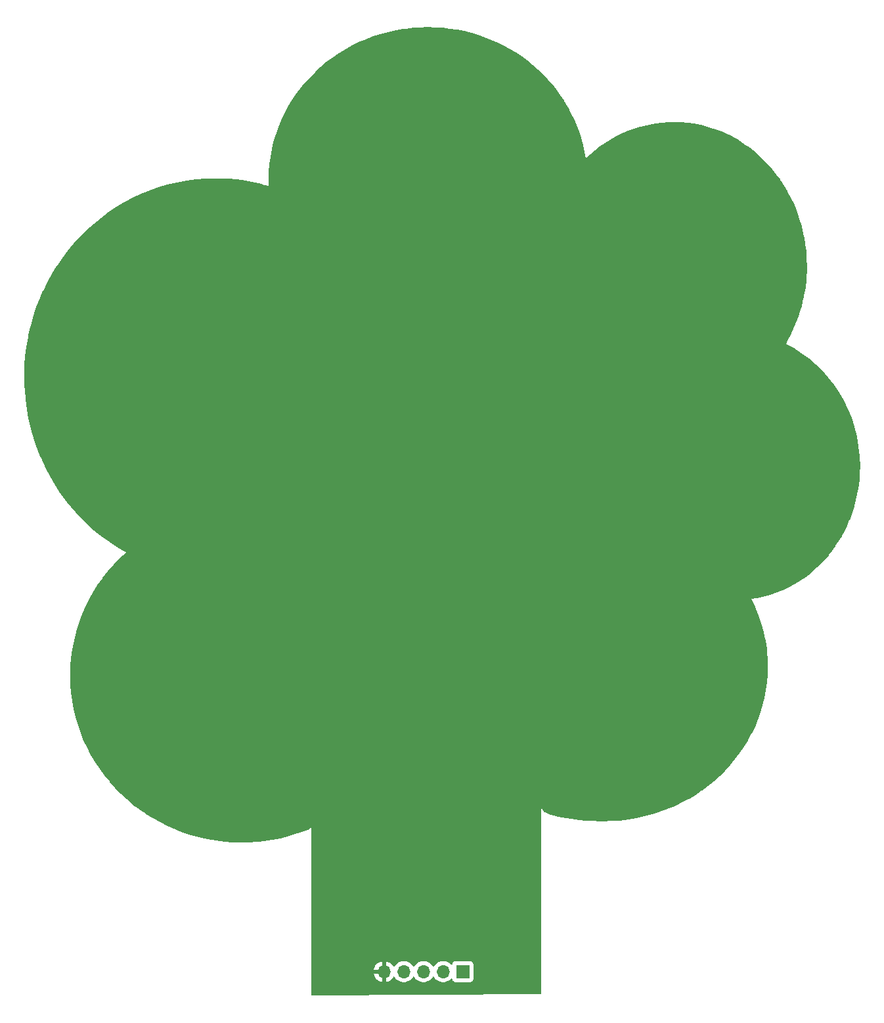
<source format=gbr>
%TF.GenerationSoftware,KiCad,Pcbnew,7.0.2*%
%TF.CreationDate,2023-04-23T11:42:29-07:00*%
%TF.ProjectId,floob-dome-switches,666c6f6f-622d-4646-9f6d-652d73776974,rev?*%
%TF.SameCoordinates,Original*%
%TF.FileFunction,Copper,L2,Bot*%
%TF.FilePolarity,Positive*%
%FSLAX46Y46*%
G04 Gerber Fmt 4.6, Leading zero omitted, Abs format (unit mm)*
G04 Created by KiCad (PCBNEW 7.0.2) date 2023-04-23 11:42:29*
%MOMM*%
%LPD*%
G01*
G04 APERTURE LIST*
%TA.AperFunction,ComponentPad*%
%ADD10R,1.700000X1.700000*%
%TD*%
%TA.AperFunction,ComponentPad*%
%ADD11O,1.700000X1.700000*%
%TD*%
%TA.AperFunction,ViaPad*%
%ADD12C,0.800000*%
%TD*%
G04 APERTURE END LIST*
D10*
%TO.P,J1,1,Pin_1*%
%TO.N,Net-(J1-Pin_1)*%
X142225000Y-142750000D03*
D11*
%TO.P,J1,2,Pin_2*%
%TO.N,Net-(J1-Pin_2)*%
X139685000Y-142750000D03*
%TO.P,J1,3,Pin_3*%
%TO.N,Net-(J1-Pin_3)*%
X137145000Y-142750000D03*
%TO.P,J1,4,Pin_4*%
%TO.N,Net-(J1-Pin_4)*%
X134605000Y-142750000D03*
%TO.P,J1,5,Pin_5*%
%TO.N,Net-(J1-Pin_5)*%
X132065000Y-142750000D03*
%TD*%
D12*
%TO.N,Net-(J1-Pin_5)*%
X137050000Y-116700000D03*
X142450000Y-111300000D03*
X131650000Y-111300000D03*
X137050000Y-105900000D03*
X137050000Y-91300000D03*
X142450000Y-85900000D03*
X131650000Y-85900000D03*
X137050000Y-80500000D03*
X137050000Y-65900000D03*
X142450000Y-60500000D03*
X131650000Y-60450000D03*
X137050000Y-55100000D03*
X137050000Y-40450000D03*
X142450000Y-35100000D03*
X131650000Y-35100000D03*
X137000000Y-29650000D03*
%TD*%
%TA.AperFunction,Conductor*%
%TO.N,Net-(J1-Pin_5)*%
G36*
X138678038Y-20985194D02*
G01*
X138683499Y-20985436D01*
X139633675Y-21048625D01*
X139639051Y-21049103D01*
X140576765Y-21153283D01*
X140582131Y-21153999D01*
X141506294Y-21298219D01*
X141511629Y-21299173D01*
X142421357Y-21482510D01*
X142426633Y-21483694D01*
X143320960Y-21705219D01*
X143326125Y-21706619D01*
X144204048Y-21965392D01*
X144209184Y-21967028D01*
X145069716Y-22262110D01*
X145074722Y-22263949D01*
X145916969Y-22594439D01*
X145921838Y-22596473D01*
X146744733Y-22961402D01*
X146749574Y-22963677D01*
X147552128Y-23362101D01*
X147556846Y-23364571D01*
X148338150Y-23795592D01*
X148342745Y-23798258D01*
X149101802Y-24260931D01*
X149106263Y-24263783D01*
X149842114Y-24757184D01*
X149846481Y-24760251D01*
X150558091Y-25283409D01*
X150562317Y-25286660D01*
X151248740Y-25838658D01*
X151252862Y-25842122D01*
X151913138Y-26422042D01*
X151917115Y-26425692D01*
X152550207Y-27032538D01*
X152554036Y-27036372D01*
X153159064Y-27669305D01*
X153162737Y-27673321D01*
X153738651Y-28331325D01*
X153742163Y-28335520D01*
X154288031Y-29017710D01*
X154291373Y-29022082D01*
X154806217Y-29727520D01*
X154809381Y-29732066D01*
X155289167Y-30455212D01*
X155292189Y-30459766D01*
X155295168Y-30464482D01*
X155745022Y-31213591D01*
X155747797Y-31218459D01*
X155781540Y-31280894D01*
X156163701Y-31988013D01*
X156166279Y-31993054D01*
X156547244Y-32782093D01*
X156549606Y-32787288D01*
X156894673Y-33594899D01*
X156896809Y-33600237D01*
X157205013Y-34425511D01*
X157206912Y-34430983D01*
X157477259Y-35272934D01*
X157478911Y-35278528D01*
X157710460Y-36136318D01*
X157711855Y-36142021D01*
X157903608Y-37014646D01*
X157904738Y-37020440D01*
X158054183Y-37897920D01*
X158055089Y-37910446D01*
X158055206Y-37910840D01*
X158055982Y-37911508D01*
X158056442Y-37911663D01*
X158056602Y-37911683D01*
X158057010Y-37911654D01*
X158057603Y-37911492D01*
X158066047Y-37901851D01*
X158636554Y-37365467D01*
X158641008Y-37361479D01*
X159241522Y-36849683D01*
X159246157Y-36845923D01*
X159868601Y-36365636D01*
X159873390Y-36362122D01*
X160516574Y-35913806D01*
X160521482Y-35910558D01*
X161184048Y-35494801D01*
X161189139Y-35491775D01*
X161869830Y-35109090D01*
X161875050Y-35106318D01*
X162572607Y-34757225D01*
X162577956Y-34754708D01*
X163291084Y-34439742D01*
X163296542Y-34437486D01*
X164023984Y-34157163D01*
X164029568Y-34155164D01*
X164770067Y-33910005D01*
X164775711Y-33908286D01*
X165527979Y-33698824D01*
X165533723Y-33697373D01*
X166296482Y-33524134D01*
X166302294Y-33522961D01*
X167074294Y-33386468D01*
X167080148Y-33385578D01*
X167860094Y-33286362D01*
X167866071Y-33285748D01*
X168652649Y-33224336D01*
X168658645Y-33224016D01*
X169450153Y-33200943D01*
X169457148Y-33200938D01*
X170330970Y-33224932D01*
X170337762Y-33225304D01*
X171200221Y-33296513D01*
X171206924Y-33297251D01*
X172056940Y-33414522D01*
X172063539Y-33415617D01*
X172899939Y-33577770D01*
X172906445Y-33579215D01*
X173728215Y-33785099D01*
X173734572Y-33786872D01*
X174540752Y-34035360D01*
X174546926Y-34037444D01*
X175336324Y-34327343D01*
X175342346Y-34329735D01*
X175594573Y-34437665D01*
X176113946Y-34659907D01*
X176119779Y-34662583D01*
X176872525Y-35031878D01*
X176878139Y-35034812D01*
X177311267Y-35275523D01*
X177610981Y-35442089D01*
X177616380Y-35445271D01*
X178328225Y-35889366D01*
X178333367Y-35892755D01*
X178687160Y-36138829D01*
X179023157Y-36372526D01*
X179028094Y-36376144D01*
X179458705Y-36708337D01*
X179638497Y-36847037D01*
X179694718Y-36890408D01*
X179699419Y-36894222D01*
X180341820Y-37441836D01*
X180346271Y-37445819D01*
X180587825Y-37672776D01*
X180963418Y-38025673D01*
X180967647Y-38029841D01*
X181558404Y-38640723D01*
X181562396Y-38645053D01*
X182125665Y-39285777D01*
X182129422Y-39290258D01*
X182664192Y-39959744D01*
X182667711Y-39964369D01*
X183119831Y-40588231D01*
X183172853Y-40661393D01*
X183176134Y-40666149D01*
X183232854Y-40752634D01*
X183650575Y-41389557D01*
X183653622Y-41394447D01*
X184096296Y-42143087D01*
X184099106Y-42148100D01*
X184508945Y-42920830D01*
X184511515Y-42925960D01*
X184887407Y-43721553D01*
X184889730Y-43726779D01*
X185071587Y-44162804D01*
X185230638Y-44544147D01*
X185232722Y-44549489D01*
X185537550Y-45387438D01*
X185539386Y-45392875D01*
X185807055Y-46250221D01*
X185808640Y-46255744D01*
X186038077Y-47131337D01*
X186039407Y-47136937D01*
X186229550Y-48029667D01*
X186230619Y-48035333D01*
X186380372Y-48943942D01*
X186381179Y-48949663D01*
X186489482Y-49873082D01*
X186490022Y-49878844D01*
X186555795Y-50815912D01*
X186556065Y-50821700D01*
X186578222Y-51770898D01*
X186578256Y-51773697D01*
X186578258Y-51776308D01*
X186570037Y-52434138D01*
X186569914Y-52438323D01*
X186539534Y-53094289D01*
X186539271Y-53098459D01*
X186486890Y-53751963D01*
X186486486Y-53756117D01*
X186412250Y-54406548D01*
X186411708Y-54410681D01*
X186315761Y-55057538D01*
X186315081Y-55061645D01*
X186197570Y-55704374D01*
X186196753Y-55708454D01*
X186057828Y-56346509D01*
X186056876Y-56350557D01*
X185896666Y-56983468D01*
X185895578Y-56987481D01*
X185714244Y-57614638D01*
X185713022Y-57618613D01*
X185510710Y-58239499D01*
X185509355Y-58243433D01*
X185286188Y-58857559D01*
X185284700Y-58861447D01*
X185040865Y-59468179D01*
X185039246Y-59472020D01*
X184774854Y-60070897D01*
X184773105Y-60074686D01*
X184488304Y-60665173D01*
X184486425Y-60668906D01*
X184181378Y-61250427D01*
X184179371Y-61254102D01*
X183863839Y-61809205D01*
X183859031Y-61815043D01*
X183857925Y-61816570D01*
X183855264Y-61822940D01*
X183852632Y-61828581D01*
X183853051Y-61829051D01*
X183859412Y-61832135D01*
X183869904Y-61838006D01*
X183873367Y-61839075D01*
X184885449Y-62363863D01*
X184893549Y-62368456D01*
X185878865Y-62977272D01*
X185886470Y-62982369D01*
X186825951Y-63663513D01*
X186833035Y-63669052D01*
X187463830Y-64200382D01*
X187723419Y-64419038D01*
X187730004Y-64425001D01*
X188567993Y-65240299D01*
X188574059Y-65246634D01*
X189356384Y-66123739D01*
X189361929Y-66130412D01*
X190085289Y-67065785D01*
X190090323Y-67072784D01*
X190751451Y-68062917D01*
X190755965Y-68070211D01*
X191351574Y-69111563D01*
X191355562Y-69119130D01*
X191882375Y-70208177D01*
X191885829Y-70215994D01*
X192340571Y-71349206D01*
X192343481Y-71357251D01*
X192722879Y-72531100D01*
X192725232Y-72539344D01*
X193026014Y-73750308D01*
X193027796Y-73758719D01*
X193246695Y-75003291D01*
X193247893Y-75011831D01*
X193381638Y-76286517D01*
X193382240Y-76295142D01*
X193427578Y-77597224D01*
X193427624Y-77604231D01*
X193409956Y-78417786D01*
X193409722Y-78423173D01*
X193357196Y-79227698D01*
X193356728Y-79233063D01*
X193270154Y-80026859D01*
X193269455Y-80032191D01*
X193149628Y-80814409D01*
X193148700Y-80819698D01*
X192996405Y-81589523D01*
X192995252Y-81594756D01*
X192811287Y-82351325D01*
X192809911Y-82356495D01*
X192595063Y-83098970D01*
X192593469Y-83104067D01*
X192348525Y-83831614D01*
X192346714Y-83836632D01*
X192072479Y-84548364D01*
X192070456Y-84553296D01*
X191767698Y-85248415D01*
X191765465Y-85253255D01*
X191434990Y-85930881D01*
X191432550Y-85935622D01*
X191075163Y-86594878D01*
X191072518Y-86599516D01*
X190688994Y-87239593D01*
X190686146Y-87244122D01*
X190277280Y-87864157D01*
X190274230Y-87868572D01*
X189840807Y-88467732D01*
X189837555Y-88472027D01*
X189380391Y-89049429D01*
X189376939Y-89053599D01*
X188896804Y-89608420D01*
X188893151Y-89612458D01*
X188390861Y-90143828D01*
X188387009Y-90147727D01*
X187863332Y-90654826D01*
X187859279Y-90658579D01*
X187315044Y-91140521D01*
X187310793Y-91144119D01*
X186746753Y-91600096D01*
X186742304Y-91603529D01*
X186159286Y-92032670D01*
X186154640Y-92035928D01*
X185553419Y-92437398D01*
X185548580Y-92440470D01*
X184929950Y-92813425D01*
X184924921Y-92816299D01*
X184289651Y-93159903D01*
X184284439Y-93162565D01*
X183633354Y-93475961D01*
X183627965Y-93478398D01*
X182961852Y-93760743D01*
X182956297Y-93762942D01*
X182275892Y-94013413D01*
X182270182Y-94015358D01*
X181576339Y-94233091D01*
X181570488Y-94234771D01*
X180863887Y-94418949D01*
X180857913Y-94420349D01*
X180139419Y-94570107D01*
X180133341Y-94571217D01*
X179410183Y-94684701D01*
X179401948Y-94685343D01*
X179399588Y-94686428D01*
X179399408Y-94686984D01*
X179399411Y-94687023D01*
X179403946Y-94695972D01*
X179405510Y-94699775D01*
X179409421Y-94705153D01*
X179656375Y-95194643D01*
X179658014Y-95198016D01*
X179897540Y-95710774D01*
X179899073Y-95714190D01*
X180122690Y-96233202D01*
X180124117Y-96236658D01*
X180331725Y-96761525D01*
X180333046Y-96765017D01*
X180524584Y-97295420D01*
X180525799Y-97298949D01*
X180701161Y-97834481D01*
X180702268Y-97838042D01*
X180861377Y-98378368D01*
X180862376Y-98381960D01*
X181005120Y-98926648D01*
X181006011Y-98930268D01*
X181132296Y-99478902D01*
X181133078Y-99482548D01*
X181242836Y-100034860D01*
X181243508Y-100038530D01*
X181336627Y-100594058D01*
X181337188Y-100597748D01*
X181413576Y-101156070D01*
X181414027Y-101159781D01*
X181473609Y-101720673D01*
X181473948Y-101724399D01*
X181516616Y-102287329D01*
X181516843Y-102291070D01*
X181542512Y-102855745D01*
X181542626Y-102859497D01*
X181551170Y-103423347D01*
X181551189Y-103426868D01*
X181551145Y-103430575D01*
X181523708Y-104449874D01*
X181523349Y-104456542D01*
X181441929Y-105462313D01*
X181441214Y-105468931D01*
X181307136Y-106460071D01*
X181306073Y-106466607D01*
X181120664Y-107441869D01*
X181119265Y-107448297D01*
X180883833Y-108406504D01*
X180882109Y-108412799D01*
X180597985Y-109352673D01*
X180595952Y-109358814D01*
X180264446Y-110279130D01*
X180262120Y-110285099D01*
X179884544Y-111184643D01*
X179881941Y-111190426D01*
X179459616Y-112067932D01*
X179456752Y-112073516D01*
X178991002Y-112927731D01*
X178987893Y-112933109D01*
X178479988Y-113762863D01*
X178476648Y-113768026D01*
X177927985Y-114571946D01*
X177924430Y-114576891D01*
X177336248Y-115353843D01*
X177332489Y-115358564D01*
X176706163Y-116107220D01*
X176702213Y-116111717D01*
X176039032Y-116830863D01*
X176034902Y-116835132D01*
X175336206Y-117523498D01*
X175331904Y-117527539D01*
X174599002Y-118183884D01*
X174594537Y-118187696D01*
X173828750Y-118810769D01*
X173824131Y-118814349D01*
X173026811Y-119402876D01*
X173022044Y-119406225D01*
X172194476Y-119958980D01*
X172189568Y-119962095D01*
X171333097Y-120477813D01*
X171328055Y-120480690D01*
X170444011Y-120958119D01*
X170438869Y-120960742D01*
X169672269Y-121329508D01*
X169528554Y-121398641D01*
X169523264Y-121401034D01*
X168588034Y-121798137D01*
X168582632Y-121800283D01*
X167623807Y-122155344D01*
X167618300Y-122157238D01*
X166637194Y-122469010D01*
X166631593Y-122470645D01*
X165629509Y-122737889D01*
X165623823Y-122739263D01*
X164602096Y-122960719D01*
X164596338Y-122961825D01*
X163556309Y-123136243D01*
X163550526Y-123137072D01*
X162506963Y-123261599D01*
X162493474Y-123263209D01*
X162487614Y-123263767D01*
X161414866Y-123340366D01*
X161408977Y-123340646D01*
X160321118Y-123366475D01*
X160316713Y-123366501D01*
X159775476Y-123360121D01*
X159772812Y-123360061D01*
X159201361Y-123341034D01*
X159102446Y-123335796D01*
X158607881Y-123309606D01*
X158001057Y-123266123D01*
X157388234Y-123210876D01*
X157121373Y-123181761D01*
X156776740Y-123144161D01*
X156175224Y-123066445D01*
X156172573Y-123066073D01*
X155588627Y-122977749D01*
X155585644Y-122977261D01*
X155025324Y-122878480D01*
X155021863Y-122877819D01*
X154492852Y-122768979D01*
X154488706Y-122768052D01*
X153998529Y-122649563D01*
X153993382Y-122648201D01*
X153549804Y-122520593D01*
X153543170Y-122518481D01*
X153154166Y-122382507D01*
X153145264Y-122379004D01*
X152817395Y-122235121D01*
X152808508Y-122230791D01*
X152695901Y-122170238D01*
X152652340Y-122131117D01*
X152309996Y-121631476D01*
X152305906Y-121623887D01*
X152301719Y-121619669D01*
X152300663Y-121625380D01*
X152301564Y-121633914D01*
X152301564Y-145521249D01*
X152281879Y-145588288D01*
X152229075Y-145634043D01*
X152178367Y-145645246D01*
X122794025Y-145835458D01*
X122726859Y-145816208D01*
X122680763Y-145763702D01*
X122669222Y-145711465D01*
X122669222Y-143000000D01*
X130734364Y-143000000D01*
X130791569Y-143213492D01*
X130891399Y-143427576D01*
X131026893Y-143621081D01*
X131193918Y-143788106D01*
X131387423Y-143923600D01*
X131601509Y-144023430D01*
X131815000Y-144080634D01*
X131815000Y-143185501D01*
X131922685Y-143234680D01*
X132029237Y-143250000D01*
X132100763Y-143250000D01*
X132207315Y-143234680D01*
X132314999Y-143185501D01*
X132314999Y-144080633D01*
X132528491Y-144023430D01*
X132742576Y-143923600D01*
X132936081Y-143788106D01*
X133103106Y-143621081D01*
X133229868Y-143440048D01*
X133284445Y-143396424D01*
X133353944Y-143389231D01*
X133416298Y-143420753D01*
X133435252Y-143443351D01*
X133529276Y-143587267D01*
X133611573Y-143676664D01*
X133681760Y-143752906D01*
X133859424Y-143891189D01*
X134057426Y-143998342D01*
X134270365Y-144071444D01*
X134492431Y-144108500D01*
X134717569Y-144108500D01*
X134939635Y-144071444D01*
X135152574Y-143998342D01*
X135350576Y-143891189D01*
X135528240Y-143752906D01*
X135680722Y-143587268D01*
X135771190Y-143448795D01*
X135824337Y-143403438D01*
X135893569Y-143394014D01*
X135956905Y-143423516D01*
X135978809Y-143448795D01*
X136069278Y-143587268D01*
X136221760Y-143752906D01*
X136399424Y-143891189D01*
X136597426Y-143998342D01*
X136810365Y-144071444D01*
X137032431Y-144108500D01*
X137257569Y-144108500D01*
X137479635Y-144071444D01*
X137692574Y-143998342D01*
X137890576Y-143891189D01*
X138068240Y-143752906D01*
X138220722Y-143587268D01*
X138311190Y-143448795D01*
X138364337Y-143403438D01*
X138433569Y-143394014D01*
X138496905Y-143423516D01*
X138518809Y-143448795D01*
X138609278Y-143587268D01*
X138761760Y-143752906D01*
X138939424Y-143891189D01*
X139137426Y-143998342D01*
X139350365Y-144071444D01*
X139572431Y-144108500D01*
X139797569Y-144108500D01*
X140019635Y-144071444D01*
X140232574Y-143998342D01*
X140430576Y-143891189D01*
X140608240Y-143752906D01*
X140671452Y-143684239D01*
X140731337Y-143648251D01*
X140801175Y-143650351D01*
X140858791Y-143689875D01*
X140878861Y-143724889D01*
X140924110Y-143846204D01*
X141011738Y-143963261D01*
X141128796Y-144050889D01*
X141265794Y-144101988D01*
X141265797Y-144101988D01*
X141265799Y-144101989D01*
X141326362Y-144108500D01*
X141329672Y-144108500D01*
X143120328Y-144108500D01*
X143123638Y-144108500D01*
X143184201Y-144101989D01*
X143184203Y-144101988D01*
X143184205Y-144101988D01*
X143266097Y-144071443D01*
X143321204Y-144050889D01*
X143438261Y-143963261D01*
X143525889Y-143846204D01*
X143576989Y-143709201D01*
X143583500Y-143648638D01*
X143583500Y-141851362D01*
X143576989Y-141790799D01*
X143576988Y-141790797D01*
X143576988Y-141790794D01*
X143525889Y-141653796D01*
X143438261Y-141536738D01*
X143321203Y-141449110D01*
X143184205Y-141398011D01*
X143126924Y-141391853D01*
X143126918Y-141391852D01*
X143123638Y-141391500D01*
X141326362Y-141391500D01*
X141323082Y-141391852D01*
X141323075Y-141391853D01*
X141265794Y-141398011D01*
X141128796Y-141449110D01*
X141011738Y-141536738D01*
X140924110Y-141653796D01*
X140878861Y-141775110D01*
X140836989Y-141831043D01*
X140771524Y-141855459D01*
X140703252Y-141840606D01*
X140671451Y-141815758D01*
X140608242Y-141747096D01*
X140608241Y-141747095D01*
X140608240Y-141747094D01*
X140430576Y-141608811D01*
X140232574Y-141501658D01*
X140232573Y-141501657D01*
X140232572Y-141501657D01*
X140019636Y-141428556D01*
X139797569Y-141391500D01*
X139572431Y-141391500D01*
X139350363Y-141428556D01*
X139137427Y-141501657D01*
X138939424Y-141608811D01*
X138761760Y-141747094D01*
X138609279Y-141912730D01*
X138518809Y-142051205D01*
X138465662Y-142096561D01*
X138396431Y-142105985D01*
X138333095Y-142076483D01*
X138311191Y-142051205D01*
X138220723Y-141912734D01*
X138220722Y-141912732D01*
X138068240Y-141747094D01*
X137890576Y-141608811D01*
X137692574Y-141501658D01*
X137692573Y-141501657D01*
X137692572Y-141501657D01*
X137479636Y-141428556D01*
X137257569Y-141391500D01*
X137032431Y-141391500D01*
X136810363Y-141428556D01*
X136597427Y-141501657D01*
X136399424Y-141608811D01*
X136221760Y-141747094D01*
X136069279Y-141912730D01*
X135978809Y-142051205D01*
X135925662Y-142096561D01*
X135856431Y-142105985D01*
X135793095Y-142076483D01*
X135771191Y-142051205D01*
X135680723Y-141912734D01*
X135680722Y-141912732D01*
X135528240Y-141747094D01*
X135350576Y-141608811D01*
X135152574Y-141501658D01*
X135152573Y-141501657D01*
X135152572Y-141501657D01*
X134939636Y-141428556D01*
X134717569Y-141391500D01*
X134492431Y-141391500D01*
X134270363Y-141428556D01*
X134057427Y-141501657D01*
X133859424Y-141608811D01*
X133681760Y-141747094D01*
X133529275Y-141912734D01*
X133435250Y-142056650D01*
X133382104Y-142102006D01*
X133312873Y-142111430D01*
X133249537Y-142081928D01*
X133229867Y-142059951D01*
X133103109Y-141878921D01*
X132936081Y-141711893D01*
X132742576Y-141576399D01*
X132528492Y-141476569D01*
X132314999Y-141419364D01*
X132314999Y-142314498D01*
X132207315Y-142265320D01*
X132100763Y-142250000D01*
X132029237Y-142250000D01*
X131922685Y-142265320D01*
X131814999Y-142314498D01*
X131814999Y-141419364D01*
X131601507Y-141476569D01*
X131387421Y-141576400D01*
X131193921Y-141711890D01*
X131026890Y-141878921D01*
X130891400Y-142072421D01*
X130791569Y-142286507D01*
X130734364Y-142499999D01*
X130734364Y-142500000D01*
X131631314Y-142500000D01*
X131605507Y-142540156D01*
X131565000Y-142678111D01*
X131565000Y-142821889D01*
X131605507Y-142959844D01*
X131631314Y-143000000D01*
X130734364Y-143000000D01*
X122669222Y-143000000D01*
X122669222Y-124044276D01*
X122670072Y-124035796D01*
X122669253Y-124031691D01*
X122669254Y-124031689D01*
X122669252Y-124031686D01*
X122669055Y-124030696D01*
X122665639Y-124034120D01*
X122661749Y-124041402D01*
X122468159Y-124333250D01*
X122414698Y-124378235D01*
X122410964Y-124379803D01*
X121928801Y-124573083D01*
X121925940Y-124574189D01*
X121404796Y-124768275D01*
X121401912Y-124769309D01*
X120876606Y-124950297D01*
X120873698Y-124951258D01*
X120344525Y-125119079D01*
X120341598Y-125119968D01*
X119808727Y-125274603D01*
X119805780Y-125275419D01*
X119269525Y-125416795D01*
X119266559Y-125417538D01*
X118727113Y-125545621D01*
X118724132Y-125546290D01*
X118181830Y-125661013D01*
X118178833Y-125661609D01*
X117633797Y-125762948D01*
X117630786Y-125763469D01*
X117083425Y-125851344D01*
X117080401Y-125851792D01*
X116530774Y-125926184D01*
X116527739Y-125926556D01*
X115976283Y-125987392D01*
X115973238Y-125987690D01*
X115420048Y-126034935D01*
X115416994Y-126035158D01*
X114862439Y-126068753D01*
X114859379Y-126068901D01*
X114303583Y-126088804D01*
X114300516Y-126088875D01*
X113744542Y-126095023D01*
X113740121Y-126094993D01*
X112607033Y-126067114D01*
X112600934Y-126066814D01*
X111483474Y-125984140D01*
X111477410Y-125983541D01*
X110376182Y-125847406D01*
X110370172Y-125846513D01*
X109286485Y-125658256D01*
X109280547Y-125657075D01*
X108215804Y-125418046D01*
X108209954Y-125416582D01*
X107165607Y-125128147D01*
X107159859Y-125126409D01*
X106137170Y-124789879D01*
X106131536Y-124787873D01*
X105131999Y-124404629D01*
X105126491Y-124402364D01*
X104151409Y-123973722D01*
X104146035Y-123971205D01*
X103196832Y-123498524D01*
X103191602Y-123495761D01*
X102269708Y-122980412D01*
X102264627Y-122977412D01*
X101531671Y-122520614D01*
X101371336Y-122420689D01*
X101366414Y-122417456D01*
X101314971Y-122381896D01*
X101100997Y-122233985D01*
X100503179Y-121820739D01*
X100498419Y-121817278D01*
X99953134Y-121400766D01*
X99666633Y-121181924D01*
X99662071Y-121178265D01*
X98863094Y-120505595D01*
X98858678Y-120501694D01*
X98093935Y-119793089D01*
X98089699Y-119788972D01*
X97360556Y-119045760D01*
X97356508Y-119041432D01*
X96664381Y-118264993D01*
X96660529Y-118260458D01*
X96006758Y-117452086D01*
X96003110Y-117447345D01*
X95389132Y-116608447D01*
X95385697Y-116603506D01*
X94812876Y-115735406D01*
X94809663Y-115730269D01*
X94586873Y-115353843D01*
X94279373Y-114834290D01*
X94276415Y-114829000D01*
X93790051Y-113906508D01*
X93787320Y-113901000D01*
X93346287Y-112953377D01*
X93343813Y-112947694D01*
X93337061Y-112931061D01*
X92949483Y-111976265D01*
X92947280Y-111970420D01*
X92946421Y-111967954D01*
X92601013Y-110976466D01*
X92599109Y-110970516D01*
X92302316Y-109955445D01*
X92300694Y-109949317D01*
X92054757Y-108914461D01*
X92053442Y-108908218D01*
X91962336Y-108412799D01*
X91859740Y-107854896D01*
X91858749Y-107848597D01*
X91718661Y-106778089D01*
X91717995Y-106771719D01*
X91632922Y-105685394D01*
X91632589Y-105678988D01*
X91603926Y-104578329D01*
X91603932Y-104571678D01*
X91635658Y-103442216D01*
X91636019Y-103435651D01*
X91727674Y-102315265D01*
X91728384Y-102308737D01*
X91878997Y-101199561D01*
X91880045Y-101193123D01*
X92088648Y-100097272D01*
X92090046Y-100090864D01*
X92103436Y-100036403D01*
X92355644Y-99010592D01*
X92357371Y-99004291D01*
X92379777Y-98930268D01*
X92679018Y-97941621D01*
X92681076Y-97935422D01*
X92716899Y-97836252D01*
X93057786Y-96892549D01*
X93060147Y-96886515D01*
X93490963Y-95865555D01*
X93493645Y-95859641D01*
X93977576Y-94862776D01*
X93980581Y-94856979D01*
X94069505Y-94695972D01*
X94516637Y-93886383D01*
X94519943Y-93880754D01*
X95107191Y-92938501D01*
X95110789Y-92933051D01*
X95748266Y-92021280D01*
X95752133Y-92016051D01*
X96438846Y-91136937D01*
X96442982Y-91131923D01*
X97177933Y-90287645D01*
X97182387Y-90282795D01*
X97964641Y-89475455D01*
X97969355Y-89470845D01*
X98783393Y-88716077D01*
X98786625Y-88714033D01*
X98794214Y-88706503D01*
X98801046Y-88700636D01*
X98801081Y-88700246D01*
X98799263Y-88698317D01*
X98792360Y-88694862D01*
X98329167Y-88418668D01*
X97369091Y-87846192D01*
X97362025Y-87841647D01*
X95996710Y-86896197D01*
X95990013Y-86891218D01*
X95457497Y-86466750D01*
X94691021Y-85855791D01*
X94684740Y-85850432D01*
X93456213Y-84729317D01*
X93450330Y-84723579D01*
X92599218Y-83836632D01*
X92296386Y-83521050D01*
X92290936Y-83514982D01*
X91215698Y-82235312D01*
X91210659Y-82228898D01*
X90218252Y-80876367D01*
X90213650Y-80869642D01*
X89308218Y-79448562D01*
X89304064Y-79441542D01*
X88489713Y-77956167D01*
X88486021Y-77948872D01*
X87766886Y-76403505D01*
X87763671Y-76395954D01*
X87722984Y-76290850D01*
X87143857Y-74794842D01*
X87141147Y-74787086D01*
X86624779Y-73134515D01*
X86622583Y-73126559D01*
X86213792Y-71426836D01*
X86212125Y-71418714D01*
X85915025Y-69676086D01*
X85913899Y-69667805D01*
X85732610Y-67886515D01*
X85732044Y-67878147D01*
X85704694Y-67068698D01*
X85670674Y-66061866D01*
X85670641Y-66054694D01*
X85702555Y-64743926D01*
X85702849Y-64737901D01*
X85726037Y-64421216D01*
X85797604Y-63443790D01*
X85798184Y-63437860D01*
X85954216Y-62162614D01*
X85955090Y-62156676D01*
X86009887Y-61838006D01*
X86170853Y-60901909D01*
X86172009Y-60896041D01*
X86222487Y-60668906D01*
X86445971Y-59663273D01*
X86447407Y-59657481D01*
X86498118Y-59472020D01*
X86778001Y-58448411D01*
X86779708Y-58442714D01*
X87165433Y-57258794D01*
X87167374Y-57253289D01*
X87606668Y-56096197D01*
X87608885Y-56090752D01*
X88100195Y-54962104D01*
X88102649Y-54956813D01*
X88644458Y-53858161D01*
X88647180Y-53852961D01*
X89237900Y-52785992D01*
X89240816Y-52781008D01*
X89878976Y-51747201D01*
X89882169Y-51742294D01*
X90566136Y-50743389D01*
X90569543Y-50738658D01*
X91297857Y-49776140D01*
X91301467Y-49771597D01*
X92072522Y-48847145D01*
X92076373Y-48842744D01*
X92888656Y-47957922D01*
X92892728Y-47953693D01*
X93744705Y-47110097D01*
X93748963Y-47106079D01*
X94639043Y-46305349D01*
X94643532Y-46301502D01*
X95570227Y-45545192D01*
X95574914Y-45541552D01*
X96536596Y-44831325D01*
X96541513Y-44827875D01*
X97536721Y-44165266D01*
X97541840Y-44162036D01*
X98568977Y-43548684D01*
X98574289Y-43545688D01*
X99631822Y-42983176D01*
X99637305Y-42980433D01*
X100723746Y-42470334D01*
X100729428Y-42467839D01*
X101843169Y-42011783D01*
X101848984Y-42009573D01*
X102988528Y-41609136D01*
X102994523Y-41607200D01*
X104158366Y-41263971D01*
X104164449Y-41262346D01*
X105350986Y-40977946D01*
X105357255Y-40976615D01*
X106564986Y-40752627D01*
X106571299Y-40751626D01*
X107798731Y-40589648D01*
X107805168Y-40588970D01*
X109050720Y-40490609D01*
X109057196Y-40490268D01*
X110320360Y-40457099D01*
X110324873Y-40457077D01*
X111191024Y-40471218D01*
X111195448Y-40471370D01*
X112059712Y-40516972D01*
X112064196Y-40517291D01*
X112925573Y-40594222D01*
X112929969Y-40594695D01*
X113787780Y-40702844D01*
X113792215Y-40703486D01*
X114645465Y-40842717D01*
X114649833Y-40843511D01*
X115497800Y-41013719D01*
X115502184Y-41014682D01*
X116343903Y-41215721D01*
X116348250Y-41216844D01*
X117177599Y-41447125D01*
X117184005Y-41449343D01*
X117185263Y-41449266D01*
X117185265Y-41449267D01*
X117185266Y-41449266D01*
X117186228Y-41449208D01*
X117186354Y-41448847D01*
X117185819Y-41440442D01*
X117185857Y-41433278D01*
X117184535Y-41427507D01*
X117180273Y-41352099D01*
X117176170Y-41255732D01*
X117171260Y-41063432D01*
X117169450Y-40871064D01*
X117169291Y-40752046D01*
X117169212Y-40692740D01*
X117169234Y-40677997D01*
X117169277Y-40674917D01*
X117169589Y-40663073D01*
X117195845Y-39666928D01*
X117196186Y-39660472D01*
X117275032Y-38665804D01*
X117275717Y-38659332D01*
X117405550Y-37679160D01*
X117406561Y-37672802D01*
X117586106Y-36708306D01*
X117587439Y-36702057D01*
X117815398Y-35754520D01*
X117817042Y-35748384D01*
X118092159Y-34818934D01*
X118094100Y-34812947D01*
X118415069Y-33902892D01*
X118417312Y-33897014D01*
X118462576Y-33786877D01*
X118782867Y-33007536D01*
X118785349Y-33001905D01*
X119194229Y-32134203D01*
X119196990Y-32128704D01*
X119647870Y-31284095D01*
X119650879Y-31278779D01*
X120142528Y-30458407D01*
X120145757Y-30453308D01*
X120676887Y-29658419D01*
X120680321Y-29653542D01*
X121249627Y-28885407D01*
X121253272Y-28880730D01*
X121859509Y-28140539D01*
X121863336Y-28136089D01*
X122505199Y-27425106D01*
X122509212Y-27420868D01*
X123185430Y-26740318D01*
X123189633Y-26736285D01*
X123898900Y-26087424D01*
X123903262Y-26083620D01*
X124644299Y-25467679D01*
X124648827Y-25464093D01*
X125420346Y-24882307D01*
X125425082Y-24878909D01*
X126225727Y-24332565D01*
X126230644Y-24329378D01*
X127059234Y-23819630D01*
X127064265Y-23816697D01*
X127919525Y-23344783D01*
X127924646Y-23342113D01*
X128805245Y-22909295D01*
X128810585Y-22906827D01*
X129715196Y-22514353D01*
X129720603Y-22512158D01*
X130648052Y-22161215D01*
X130653551Y-22159283D01*
X131602473Y-21851137D01*
X131608138Y-21849447D01*
X132577236Y-21585332D01*
X132582990Y-21583913D01*
X133570990Y-21365059D01*
X133576849Y-21363908D01*
X134582547Y-21191532D01*
X134588458Y-21190665D01*
X135610513Y-21066011D01*
X135616432Y-21065435D01*
X136653634Y-20989732D01*
X136659591Y-20989443D01*
X137710689Y-20963932D01*
X137716421Y-20963926D01*
X138678038Y-20985194D01*
G37*
%TD.AperFunction*%
%TD*%
M02*

</source>
